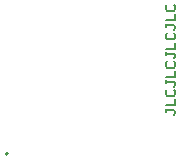
<source format=gto>
G04*
G04 #@! TF.GenerationSoftware,Altium Limited,Altium Designer,18.1.7 (191)*
G04*
G04 Layer_Color=65535*
%FSLAX44Y44*%
%MOMM*%
G71*
G01*
G75*
%ADD10C,0.2000*%
%ADD11C,0.1500*%
D10*
X1177260Y350410D02*
G03*
X1177260Y350410I-1000J0D01*
G01*
D11*
X1311001Y388680D02*
Y386014D01*
Y387347D01*
X1317666D01*
X1318999Y386014D01*
Y384681D01*
X1317666Y383348D01*
X1311001Y391346D02*
X1318999D01*
Y396677D01*
X1312334Y404675D02*
X1311001Y403342D01*
Y400676D01*
X1312334Y399343D01*
X1317666D01*
X1318999Y400676D01*
Y403342D01*
X1317666Y404675D01*
X1311001Y412672D02*
Y410006D01*
Y411339D01*
X1317666D01*
X1318999Y410006D01*
Y408674D01*
X1317666Y407341D01*
X1311001Y415338D02*
X1318999D01*
Y420670D01*
X1312334Y428667D02*
X1311001Y427334D01*
Y424668D01*
X1312334Y423335D01*
X1317666D01*
X1318999Y424668D01*
Y427334D01*
X1317666Y428667D01*
X1311001Y436665D02*
Y433999D01*
Y435332D01*
X1317666D01*
X1318999Y433999D01*
Y432666D01*
X1317666Y431333D01*
X1311001Y439330D02*
X1318999D01*
Y444662D01*
X1312334Y452659D02*
X1311001Y451326D01*
Y448661D01*
X1312334Y447328D01*
X1317666D01*
X1318999Y448661D01*
Y451326D01*
X1317666Y452659D01*
X1311001Y460657D02*
Y457991D01*
Y459324D01*
X1317666D01*
X1318999Y457991D01*
Y456658D01*
X1317666Y455325D01*
X1311001Y463323D02*
X1318999D01*
Y468654D01*
X1312334Y476652D02*
X1311001Y475319D01*
Y472653D01*
X1312334Y471320D01*
X1317666D01*
X1318999Y472653D01*
Y475319D01*
X1317666Y476652D01*
M02*

</source>
